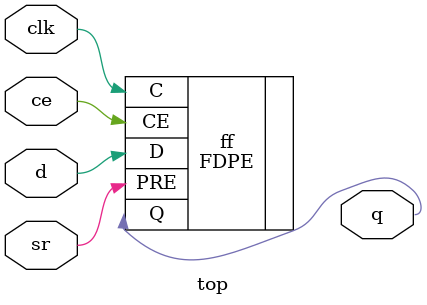
<source format=v>

module top(input clk, ce, sr, d, output q);
	(* LOC="SLICE_X16Y100", BEL="AFF", DONT_TOUCH *)
	FDPE ff (
		.C(clk),
		.CE(ce),
		.PRE(sr),
		.D(d),
		.Q(q)
	);
endmodule


</source>
